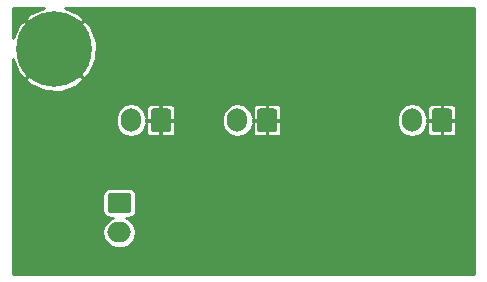
<source format=gbr>
G04 #@! TF.GenerationSoftware,KiCad,Pcbnew,(5.0.1)-3*
G04 #@! TF.CreationDate,2019-04-26T03:26:33+02:00*
G04 #@! TF.ProjectId,piezo_amplifier,7069657A6F5F616D706C69666965722E,rev?*
G04 #@! TF.SameCoordinates,Original*
G04 #@! TF.FileFunction,Copper,L2,Bot,Signal*
G04 #@! TF.FilePolarity,Positive*
%FSLAX46Y46*%
G04 Gerber Fmt 4.6, Leading zero omitted, Abs format (unit mm)*
G04 Created by KiCad (PCBNEW (5.0.1)-3) date 19/04/26 3:26:33 AM*
%MOMM*%
%LPD*%
G01*
G04 APERTURE LIST*
G04 #@! TA.AperFunction,ComponentPad*
%ADD10C,6.400000*%
G04 #@! TD*
G04 #@! TA.AperFunction,Conductor*
%ADD11C,0.100000*%
G04 #@! TD*
G04 #@! TA.AperFunction,ComponentPad*
%ADD12C,1.700000*%
G04 #@! TD*
G04 #@! TA.AperFunction,ComponentPad*
%ADD13O,1.700000X2.000000*%
G04 #@! TD*
G04 #@! TA.AperFunction,ComponentPad*
%ADD14O,2.000000X1.700000*%
G04 #@! TD*
G04 #@! TA.AperFunction,ViaPad*
%ADD15C,0.800000*%
G04 #@! TD*
G04 #@! TA.AperFunction,Conductor*
%ADD16C,0.250000*%
G04 #@! TD*
G04 APERTURE END LIST*
D10*
G04 #@! TO.P,REF\002A\002A,1*
G04 #@! TO.N,GND*
X141000000Y-91000000D03*
G04 #@! TD*
G04 #@! TO.P,REF\002A\002A,1*
G04 #@! TO.N,GND*
X109000000Y-75500000D03*
G04 #@! TD*
D11*
G04 #@! TO.N,GND*
G04 #@! TO.C,J1*
G36*
X118624504Y-80501204D02*
X118648773Y-80504804D01*
X118672571Y-80510765D01*
X118695671Y-80519030D01*
X118717849Y-80529520D01*
X118738893Y-80542133D01*
X118758598Y-80556747D01*
X118776777Y-80573223D01*
X118793253Y-80591402D01*
X118807867Y-80611107D01*
X118820480Y-80632151D01*
X118830970Y-80654329D01*
X118839235Y-80677429D01*
X118845196Y-80701227D01*
X118848796Y-80725496D01*
X118850000Y-80750000D01*
X118850000Y-82250000D01*
X118848796Y-82274504D01*
X118845196Y-82298773D01*
X118839235Y-82322571D01*
X118830970Y-82345671D01*
X118820480Y-82367849D01*
X118807867Y-82388893D01*
X118793253Y-82408598D01*
X118776777Y-82426777D01*
X118758598Y-82443253D01*
X118738893Y-82457867D01*
X118717849Y-82470480D01*
X118695671Y-82480970D01*
X118672571Y-82489235D01*
X118648773Y-82495196D01*
X118624504Y-82498796D01*
X118600000Y-82500000D01*
X117400000Y-82500000D01*
X117375496Y-82498796D01*
X117351227Y-82495196D01*
X117327429Y-82489235D01*
X117304329Y-82480970D01*
X117282151Y-82470480D01*
X117261107Y-82457867D01*
X117241402Y-82443253D01*
X117223223Y-82426777D01*
X117206747Y-82408598D01*
X117192133Y-82388893D01*
X117179520Y-82367849D01*
X117169030Y-82345671D01*
X117160765Y-82322571D01*
X117154804Y-82298773D01*
X117151204Y-82274504D01*
X117150000Y-82250000D01*
X117150000Y-80750000D01*
X117151204Y-80725496D01*
X117154804Y-80701227D01*
X117160765Y-80677429D01*
X117169030Y-80654329D01*
X117179520Y-80632151D01*
X117192133Y-80611107D01*
X117206747Y-80591402D01*
X117223223Y-80573223D01*
X117241402Y-80556747D01*
X117261107Y-80542133D01*
X117282151Y-80529520D01*
X117304329Y-80519030D01*
X117327429Y-80510765D01*
X117351227Y-80504804D01*
X117375496Y-80501204D01*
X117400000Y-80500000D01*
X118600000Y-80500000D01*
X118624504Y-80501204D01*
X118624504Y-80501204D01*
G37*
D12*
G04 #@! TD*
G04 #@! TO.P,J1,1*
G04 #@! TO.N,GND*
X118000000Y-81500000D03*
D13*
G04 #@! TO.P,J1,2*
G04 #@! TO.N,/Vin*
X115500000Y-81500000D03*
G04 #@! TD*
G04 #@! TO.P,J2,2*
G04 #@! TO.N,/Vin*
X124500000Y-81500000D03*
D11*
G04 #@! TD*
G04 #@! TO.N,GND*
G04 #@! TO.C,J2*
G36*
X127624504Y-80501204D02*
X127648773Y-80504804D01*
X127672571Y-80510765D01*
X127695671Y-80519030D01*
X127717849Y-80529520D01*
X127738893Y-80542133D01*
X127758598Y-80556747D01*
X127776777Y-80573223D01*
X127793253Y-80591402D01*
X127807867Y-80611107D01*
X127820480Y-80632151D01*
X127830970Y-80654329D01*
X127839235Y-80677429D01*
X127845196Y-80701227D01*
X127848796Y-80725496D01*
X127850000Y-80750000D01*
X127850000Y-82250000D01*
X127848796Y-82274504D01*
X127845196Y-82298773D01*
X127839235Y-82322571D01*
X127830970Y-82345671D01*
X127820480Y-82367849D01*
X127807867Y-82388893D01*
X127793253Y-82408598D01*
X127776777Y-82426777D01*
X127758598Y-82443253D01*
X127738893Y-82457867D01*
X127717849Y-82470480D01*
X127695671Y-82480970D01*
X127672571Y-82489235D01*
X127648773Y-82495196D01*
X127624504Y-82498796D01*
X127600000Y-82500000D01*
X126400000Y-82500000D01*
X126375496Y-82498796D01*
X126351227Y-82495196D01*
X126327429Y-82489235D01*
X126304329Y-82480970D01*
X126282151Y-82470480D01*
X126261107Y-82457867D01*
X126241402Y-82443253D01*
X126223223Y-82426777D01*
X126206747Y-82408598D01*
X126192133Y-82388893D01*
X126179520Y-82367849D01*
X126169030Y-82345671D01*
X126160765Y-82322571D01*
X126154804Y-82298773D01*
X126151204Y-82274504D01*
X126150000Y-82250000D01*
X126150000Y-80750000D01*
X126151204Y-80725496D01*
X126154804Y-80701227D01*
X126160765Y-80677429D01*
X126169030Y-80654329D01*
X126179520Y-80632151D01*
X126192133Y-80611107D01*
X126206747Y-80591402D01*
X126223223Y-80573223D01*
X126241402Y-80556747D01*
X126261107Y-80542133D01*
X126282151Y-80529520D01*
X126304329Y-80519030D01*
X126327429Y-80510765D01*
X126351227Y-80504804D01*
X126375496Y-80501204D01*
X126400000Y-80500000D01*
X127600000Y-80500000D01*
X127624504Y-80501204D01*
X127624504Y-80501204D01*
G37*
D12*
G04 #@! TO.P,J2,1*
G04 #@! TO.N,GND*
X127000000Y-81500000D03*
G04 #@! TD*
D11*
G04 #@! TO.N,/Vref*
G04 #@! TO.C,J3*
G36*
X115274504Y-87651204D02*
X115298773Y-87654804D01*
X115322571Y-87660765D01*
X115345671Y-87669030D01*
X115367849Y-87679520D01*
X115388893Y-87692133D01*
X115408598Y-87706747D01*
X115426777Y-87723223D01*
X115443253Y-87741402D01*
X115457867Y-87761107D01*
X115470480Y-87782151D01*
X115480970Y-87804329D01*
X115489235Y-87827429D01*
X115495196Y-87851227D01*
X115498796Y-87875496D01*
X115500000Y-87900000D01*
X115500000Y-89100000D01*
X115498796Y-89124504D01*
X115495196Y-89148773D01*
X115489235Y-89172571D01*
X115480970Y-89195671D01*
X115470480Y-89217849D01*
X115457867Y-89238893D01*
X115443253Y-89258598D01*
X115426777Y-89276777D01*
X115408598Y-89293253D01*
X115388893Y-89307867D01*
X115367849Y-89320480D01*
X115345671Y-89330970D01*
X115322571Y-89339235D01*
X115298773Y-89345196D01*
X115274504Y-89348796D01*
X115250000Y-89350000D01*
X113750000Y-89350000D01*
X113725496Y-89348796D01*
X113701227Y-89345196D01*
X113677429Y-89339235D01*
X113654329Y-89330970D01*
X113632151Y-89320480D01*
X113611107Y-89307867D01*
X113591402Y-89293253D01*
X113573223Y-89276777D01*
X113556747Y-89258598D01*
X113542133Y-89238893D01*
X113529520Y-89217849D01*
X113519030Y-89195671D01*
X113510765Y-89172571D01*
X113504804Y-89148773D01*
X113501204Y-89124504D01*
X113500000Y-89100000D01*
X113500000Y-87900000D01*
X113501204Y-87875496D01*
X113504804Y-87851227D01*
X113510765Y-87827429D01*
X113519030Y-87804329D01*
X113529520Y-87782151D01*
X113542133Y-87761107D01*
X113556747Y-87741402D01*
X113573223Y-87723223D01*
X113591402Y-87706747D01*
X113611107Y-87692133D01*
X113632151Y-87679520D01*
X113654329Y-87669030D01*
X113677429Y-87660765D01*
X113701227Y-87654804D01*
X113725496Y-87651204D01*
X113750000Y-87650000D01*
X115250000Y-87650000D01*
X115274504Y-87651204D01*
X115274504Y-87651204D01*
G37*
D12*
G04 #@! TD*
G04 #@! TO.P,J3,1*
G04 #@! TO.N,/Vref*
X114500000Y-88500000D03*
D14*
G04 #@! TO.P,J3,2*
G04 #@! TO.N,Net-(J3-Pad2)*
X114500000Y-91000000D03*
G04 #@! TD*
D13*
G04 #@! TO.P,J4,2*
G04 #@! TO.N,/Probe_Out*
X139300000Y-81500000D03*
D11*
G04 #@! TD*
G04 #@! TO.N,GND*
G04 #@! TO.C,J4*
G36*
X142424504Y-80501204D02*
X142448773Y-80504804D01*
X142472571Y-80510765D01*
X142495671Y-80519030D01*
X142517849Y-80529520D01*
X142538893Y-80542133D01*
X142558598Y-80556747D01*
X142576777Y-80573223D01*
X142593253Y-80591402D01*
X142607867Y-80611107D01*
X142620480Y-80632151D01*
X142630970Y-80654329D01*
X142639235Y-80677429D01*
X142645196Y-80701227D01*
X142648796Y-80725496D01*
X142650000Y-80750000D01*
X142650000Y-82250000D01*
X142648796Y-82274504D01*
X142645196Y-82298773D01*
X142639235Y-82322571D01*
X142630970Y-82345671D01*
X142620480Y-82367849D01*
X142607867Y-82388893D01*
X142593253Y-82408598D01*
X142576777Y-82426777D01*
X142558598Y-82443253D01*
X142538893Y-82457867D01*
X142517849Y-82470480D01*
X142495671Y-82480970D01*
X142472571Y-82489235D01*
X142448773Y-82495196D01*
X142424504Y-82498796D01*
X142400000Y-82500000D01*
X141200000Y-82500000D01*
X141175496Y-82498796D01*
X141151227Y-82495196D01*
X141127429Y-82489235D01*
X141104329Y-82480970D01*
X141082151Y-82470480D01*
X141061107Y-82457867D01*
X141041402Y-82443253D01*
X141023223Y-82426777D01*
X141006747Y-82408598D01*
X140992133Y-82388893D01*
X140979520Y-82367849D01*
X140969030Y-82345671D01*
X140960765Y-82322571D01*
X140954804Y-82298773D01*
X140951204Y-82274504D01*
X140950000Y-82250000D01*
X140950000Y-80750000D01*
X140951204Y-80725496D01*
X140954804Y-80701227D01*
X140960765Y-80677429D01*
X140969030Y-80654329D01*
X140979520Y-80632151D01*
X140992133Y-80611107D01*
X141006747Y-80591402D01*
X141023223Y-80573223D01*
X141041402Y-80556747D01*
X141061107Y-80542133D01*
X141082151Y-80529520D01*
X141104329Y-80519030D01*
X141127429Y-80510765D01*
X141151227Y-80504804D01*
X141175496Y-80501204D01*
X141200000Y-80500000D01*
X142400000Y-80500000D01*
X142424504Y-80501204D01*
X142424504Y-80501204D01*
G37*
D12*
G04 #@! TO.P,J4,1*
G04 #@! TO.N,GND*
X141800000Y-81500000D03*
G04 #@! TD*
D15*
G04 #@! TO.N,GND*
X127000000Y-90000000D03*
X118500000Y-90000000D03*
G04 #@! TD*
D16*
G04 #@! TO.N,GND*
G36*
X107074202Y-72405230D02*
X106877776Y-72536477D01*
X106506600Y-72971245D01*
X109000000Y-75464645D01*
X111493400Y-72971245D01*
X111122224Y-72536477D01*
X109937205Y-72000000D01*
X144500000Y-72000000D01*
X144500001Y-94500000D01*
X105500000Y-94500000D01*
X105500000Y-91000000D01*
X113050022Y-91000000D01*
X113148977Y-91497480D01*
X113430777Y-91919223D01*
X113852520Y-92201023D01*
X114224427Y-92275000D01*
X114775573Y-92275000D01*
X115147480Y-92201023D01*
X115569223Y-91919223D01*
X115851023Y-91497480D01*
X115949978Y-91000000D01*
X115851023Y-90502520D01*
X115569223Y-90080777D01*
X115147480Y-89798977D01*
X115068797Y-89783326D01*
X115250000Y-89783326D01*
X115511498Y-89731311D01*
X115733184Y-89583184D01*
X115881311Y-89361498D01*
X115933326Y-89100000D01*
X115933326Y-87900000D01*
X115881311Y-87638502D01*
X115733184Y-87416816D01*
X115511498Y-87268689D01*
X115250000Y-87216674D01*
X113750000Y-87216674D01*
X113488502Y-87268689D01*
X113266816Y-87416816D01*
X113118689Y-87638502D01*
X113066674Y-87900000D01*
X113066674Y-89100000D01*
X113118689Y-89361498D01*
X113266816Y-89583184D01*
X113488502Y-89731311D01*
X113750000Y-89783326D01*
X113931203Y-89783326D01*
X113852520Y-89798977D01*
X113430777Y-90080777D01*
X113148977Y-90502520D01*
X113050022Y-91000000D01*
X105500000Y-91000000D01*
X105500000Y-81224427D01*
X114225000Y-81224427D01*
X114225000Y-81775572D01*
X114298977Y-82147479D01*
X114580777Y-82569223D01*
X115002520Y-82851023D01*
X115500000Y-82949978D01*
X115997479Y-82851023D01*
X116419223Y-82569223D01*
X116701023Y-82147480D01*
X116775000Y-81775573D01*
X116775000Y-82574592D01*
X116832090Y-82712421D01*
X116937580Y-82817910D01*
X117075408Y-82875000D01*
X117881250Y-82875000D01*
X117975000Y-82781250D01*
X117975000Y-81525000D01*
X118025000Y-81525000D01*
X118025000Y-82781250D01*
X118118750Y-82875000D01*
X118924592Y-82875000D01*
X119062420Y-82817910D01*
X119167910Y-82712421D01*
X119225000Y-82574592D01*
X119225000Y-81618750D01*
X119131250Y-81525000D01*
X118025000Y-81525000D01*
X117975000Y-81525000D01*
X116868750Y-81525000D01*
X116775000Y-81618750D01*
X116775000Y-81381250D01*
X116868750Y-81475000D01*
X117975000Y-81475000D01*
X117975000Y-80218750D01*
X118025000Y-80218750D01*
X118025000Y-81475000D01*
X119131250Y-81475000D01*
X119225000Y-81381250D01*
X119225000Y-81224427D01*
X123225000Y-81224427D01*
X123225000Y-81775572D01*
X123298977Y-82147479D01*
X123580777Y-82569223D01*
X124002520Y-82851023D01*
X124500000Y-82949978D01*
X124997479Y-82851023D01*
X125419223Y-82569223D01*
X125701023Y-82147480D01*
X125775000Y-81775573D01*
X125775000Y-82574592D01*
X125832090Y-82712421D01*
X125937580Y-82817910D01*
X126075408Y-82875000D01*
X126881250Y-82875000D01*
X126975000Y-82781250D01*
X126975000Y-81525000D01*
X127025000Y-81525000D01*
X127025000Y-82781250D01*
X127118750Y-82875000D01*
X127924592Y-82875000D01*
X128062420Y-82817910D01*
X128167910Y-82712421D01*
X128225000Y-82574592D01*
X128225000Y-81618750D01*
X128131250Y-81525000D01*
X127025000Y-81525000D01*
X126975000Y-81525000D01*
X125868750Y-81525000D01*
X125775000Y-81618750D01*
X125775000Y-81381250D01*
X125868750Y-81475000D01*
X126975000Y-81475000D01*
X126975000Y-80218750D01*
X127025000Y-80218750D01*
X127025000Y-81475000D01*
X128131250Y-81475000D01*
X128225000Y-81381250D01*
X128225000Y-81224427D01*
X138025000Y-81224427D01*
X138025000Y-81775572D01*
X138098977Y-82147479D01*
X138380777Y-82569223D01*
X138802520Y-82851023D01*
X139300000Y-82949978D01*
X139797479Y-82851023D01*
X140219223Y-82569223D01*
X140501023Y-82147480D01*
X140575000Y-81775573D01*
X140575000Y-82574592D01*
X140632090Y-82712421D01*
X140737580Y-82817910D01*
X140875408Y-82875000D01*
X141681250Y-82875000D01*
X141775000Y-82781250D01*
X141775000Y-81525000D01*
X141825000Y-81525000D01*
X141825000Y-82781250D01*
X141918750Y-82875000D01*
X142724592Y-82875000D01*
X142862420Y-82817910D01*
X142967910Y-82712421D01*
X143025000Y-82574592D01*
X143025000Y-81618750D01*
X142931250Y-81525000D01*
X141825000Y-81525000D01*
X141775000Y-81525000D01*
X140668750Y-81525000D01*
X140575000Y-81618750D01*
X140575000Y-81381250D01*
X140668750Y-81475000D01*
X141775000Y-81475000D01*
X141775000Y-80218750D01*
X141825000Y-80218750D01*
X141825000Y-81475000D01*
X142931250Y-81475000D01*
X143025000Y-81381250D01*
X143025000Y-80425408D01*
X142967910Y-80287579D01*
X142862420Y-80182090D01*
X142724592Y-80125000D01*
X141918750Y-80125000D01*
X141825000Y-80218750D01*
X141775000Y-80218750D01*
X141681250Y-80125000D01*
X140875408Y-80125000D01*
X140737580Y-80182090D01*
X140632090Y-80287579D01*
X140575000Y-80425408D01*
X140575000Y-81224427D01*
X140501023Y-80852521D01*
X140219223Y-80430777D01*
X139797480Y-80148977D01*
X139300000Y-80050022D01*
X138802521Y-80148977D01*
X138380778Y-80430777D01*
X138098977Y-80852520D01*
X138025000Y-81224427D01*
X128225000Y-81224427D01*
X128225000Y-80425408D01*
X128167910Y-80287579D01*
X128062420Y-80182090D01*
X127924592Y-80125000D01*
X127118750Y-80125000D01*
X127025000Y-80218750D01*
X126975000Y-80218750D01*
X126881250Y-80125000D01*
X126075408Y-80125000D01*
X125937580Y-80182090D01*
X125832090Y-80287579D01*
X125775000Y-80425408D01*
X125775000Y-81224427D01*
X125701023Y-80852521D01*
X125419223Y-80430777D01*
X124997480Y-80148977D01*
X124500000Y-80050022D01*
X124002521Y-80148977D01*
X123580778Y-80430777D01*
X123298977Y-80852520D01*
X123225000Y-81224427D01*
X119225000Y-81224427D01*
X119225000Y-80425408D01*
X119167910Y-80287579D01*
X119062420Y-80182090D01*
X118924592Y-80125000D01*
X118118750Y-80125000D01*
X118025000Y-80218750D01*
X117975000Y-80218750D01*
X117881250Y-80125000D01*
X117075408Y-80125000D01*
X116937580Y-80182090D01*
X116832090Y-80287579D01*
X116775000Y-80425408D01*
X116775000Y-81224427D01*
X116701023Y-80852521D01*
X116419223Y-80430777D01*
X115997480Y-80148977D01*
X115500000Y-80050022D01*
X115002521Y-80148977D01*
X114580778Y-80430777D01*
X114298977Y-80852520D01*
X114225000Y-81224427D01*
X105500000Y-81224427D01*
X105500000Y-78028755D01*
X106506600Y-78028755D01*
X106877776Y-78463523D01*
X108173412Y-79050078D01*
X109594888Y-79096166D01*
X110925798Y-78594770D01*
X111122224Y-78463523D01*
X111493400Y-78028755D01*
X109000000Y-75535355D01*
X106506600Y-78028755D01*
X105500000Y-78028755D01*
X105500000Y-76350152D01*
X105905230Y-77425798D01*
X106036477Y-77622224D01*
X106471245Y-77993400D01*
X108964645Y-75500000D01*
X109035355Y-75500000D01*
X111528755Y-77993400D01*
X111963523Y-77622224D01*
X112550078Y-76326588D01*
X112596166Y-74905112D01*
X112094770Y-73574202D01*
X111963523Y-73377776D01*
X111528755Y-73006600D01*
X109035355Y-75500000D01*
X108964645Y-75500000D01*
X106471245Y-73006600D01*
X106036477Y-73377776D01*
X105500000Y-74562795D01*
X105500000Y-72000000D01*
X108149848Y-72000000D01*
X107074202Y-72405230D01*
X107074202Y-72405230D01*
G37*
X107074202Y-72405230D02*
X106877776Y-72536477D01*
X106506600Y-72971245D01*
X109000000Y-75464645D01*
X111493400Y-72971245D01*
X111122224Y-72536477D01*
X109937205Y-72000000D01*
X144500000Y-72000000D01*
X144500001Y-94500000D01*
X105500000Y-94500000D01*
X105500000Y-91000000D01*
X113050022Y-91000000D01*
X113148977Y-91497480D01*
X113430777Y-91919223D01*
X113852520Y-92201023D01*
X114224427Y-92275000D01*
X114775573Y-92275000D01*
X115147480Y-92201023D01*
X115569223Y-91919223D01*
X115851023Y-91497480D01*
X115949978Y-91000000D01*
X115851023Y-90502520D01*
X115569223Y-90080777D01*
X115147480Y-89798977D01*
X115068797Y-89783326D01*
X115250000Y-89783326D01*
X115511498Y-89731311D01*
X115733184Y-89583184D01*
X115881311Y-89361498D01*
X115933326Y-89100000D01*
X115933326Y-87900000D01*
X115881311Y-87638502D01*
X115733184Y-87416816D01*
X115511498Y-87268689D01*
X115250000Y-87216674D01*
X113750000Y-87216674D01*
X113488502Y-87268689D01*
X113266816Y-87416816D01*
X113118689Y-87638502D01*
X113066674Y-87900000D01*
X113066674Y-89100000D01*
X113118689Y-89361498D01*
X113266816Y-89583184D01*
X113488502Y-89731311D01*
X113750000Y-89783326D01*
X113931203Y-89783326D01*
X113852520Y-89798977D01*
X113430777Y-90080777D01*
X113148977Y-90502520D01*
X113050022Y-91000000D01*
X105500000Y-91000000D01*
X105500000Y-81224427D01*
X114225000Y-81224427D01*
X114225000Y-81775572D01*
X114298977Y-82147479D01*
X114580777Y-82569223D01*
X115002520Y-82851023D01*
X115500000Y-82949978D01*
X115997479Y-82851023D01*
X116419223Y-82569223D01*
X116701023Y-82147480D01*
X116775000Y-81775573D01*
X116775000Y-82574592D01*
X116832090Y-82712421D01*
X116937580Y-82817910D01*
X117075408Y-82875000D01*
X117881250Y-82875000D01*
X117975000Y-82781250D01*
X117975000Y-81525000D01*
X118025000Y-81525000D01*
X118025000Y-82781250D01*
X118118750Y-82875000D01*
X118924592Y-82875000D01*
X119062420Y-82817910D01*
X119167910Y-82712421D01*
X119225000Y-82574592D01*
X119225000Y-81618750D01*
X119131250Y-81525000D01*
X118025000Y-81525000D01*
X117975000Y-81525000D01*
X116868750Y-81525000D01*
X116775000Y-81618750D01*
X116775000Y-81381250D01*
X116868750Y-81475000D01*
X117975000Y-81475000D01*
X117975000Y-80218750D01*
X118025000Y-80218750D01*
X118025000Y-81475000D01*
X119131250Y-81475000D01*
X119225000Y-81381250D01*
X119225000Y-81224427D01*
X123225000Y-81224427D01*
X123225000Y-81775572D01*
X123298977Y-82147479D01*
X123580777Y-82569223D01*
X124002520Y-82851023D01*
X124500000Y-82949978D01*
X124997479Y-82851023D01*
X125419223Y-82569223D01*
X125701023Y-82147480D01*
X125775000Y-81775573D01*
X125775000Y-82574592D01*
X125832090Y-82712421D01*
X125937580Y-82817910D01*
X126075408Y-82875000D01*
X126881250Y-82875000D01*
X126975000Y-82781250D01*
X126975000Y-81525000D01*
X127025000Y-81525000D01*
X127025000Y-82781250D01*
X127118750Y-82875000D01*
X127924592Y-82875000D01*
X128062420Y-82817910D01*
X128167910Y-82712421D01*
X128225000Y-82574592D01*
X128225000Y-81618750D01*
X128131250Y-81525000D01*
X127025000Y-81525000D01*
X126975000Y-81525000D01*
X125868750Y-81525000D01*
X125775000Y-81618750D01*
X125775000Y-81381250D01*
X125868750Y-81475000D01*
X126975000Y-81475000D01*
X126975000Y-80218750D01*
X127025000Y-80218750D01*
X127025000Y-81475000D01*
X128131250Y-81475000D01*
X128225000Y-81381250D01*
X128225000Y-81224427D01*
X138025000Y-81224427D01*
X138025000Y-81775572D01*
X138098977Y-82147479D01*
X138380777Y-82569223D01*
X138802520Y-82851023D01*
X139300000Y-82949978D01*
X139797479Y-82851023D01*
X140219223Y-82569223D01*
X140501023Y-82147480D01*
X140575000Y-81775573D01*
X140575000Y-82574592D01*
X140632090Y-82712421D01*
X140737580Y-82817910D01*
X140875408Y-82875000D01*
X141681250Y-82875000D01*
X141775000Y-82781250D01*
X141775000Y-81525000D01*
X141825000Y-81525000D01*
X141825000Y-82781250D01*
X141918750Y-82875000D01*
X142724592Y-82875000D01*
X142862420Y-82817910D01*
X142967910Y-82712421D01*
X143025000Y-82574592D01*
X143025000Y-81618750D01*
X142931250Y-81525000D01*
X141825000Y-81525000D01*
X141775000Y-81525000D01*
X140668750Y-81525000D01*
X140575000Y-81618750D01*
X140575000Y-81381250D01*
X140668750Y-81475000D01*
X141775000Y-81475000D01*
X141775000Y-80218750D01*
X141825000Y-80218750D01*
X141825000Y-81475000D01*
X142931250Y-81475000D01*
X143025000Y-81381250D01*
X143025000Y-80425408D01*
X142967910Y-80287579D01*
X142862420Y-80182090D01*
X142724592Y-80125000D01*
X141918750Y-80125000D01*
X141825000Y-80218750D01*
X141775000Y-80218750D01*
X141681250Y-80125000D01*
X140875408Y-80125000D01*
X140737580Y-80182090D01*
X140632090Y-80287579D01*
X140575000Y-80425408D01*
X140575000Y-81224427D01*
X140501023Y-80852521D01*
X140219223Y-80430777D01*
X139797480Y-80148977D01*
X139300000Y-80050022D01*
X138802521Y-80148977D01*
X138380778Y-80430777D01*
X138098977Y-80852520D01*
X138025000Y-81224427D01*
X128225000Y-81224427D01*
X128225000Y-80425408D01*
X128167910Y-80287579D01*
X128062420Y-80182090D01*
X127924592Y-80125000D01*
X127118750Y-80125000D01*
X127025000Y-80218750D01*
X126975000Y-80218750D01*
X126881250Y-80125000D01*
X126075408Y-80125000D01*
X125937580Y-80182090D01*
X125832090Y-80287579D01*
X125775000Y-80425408D01*
X125775000Y-81224427D01*
X125701023Y-80852521D01*
X125419223Y-80430777D01*
X124997480Y-80148977D01*
X124500000Y-80050022D01*
X124002521Y-80148977D01*
X123580778Y-80430777D01*
X123298977Y-80852520D01*
X123225000Y-81224427D01*
X119225000Y-81224427D01*
X119225000Y-80425408D01*
X119167910Y-80287579D01*
X119062420Y-80182090D01*
X118924592Y-80125000D01*
X118118750Y-80125000D01*
X118025000Y-80218750D01*
X117975000Y-80218750D01*
X117881250Y-80125000D01*
X117075408Y-80125000D01*
X116937580Y-80182090D01*
X116832090Y-80287579D01*
X116775000Y-80425408D01*
X116775000Y-81224427D01*
X116701023Y-80852521D01*
X116419223Y-80430777D01*
X115997480Y-80148977D01*
X115500000Y-80050022D01*
X115002521Y-80148977D01*
X114580778Y-80430777D01*
X114298977Y-80852520D01*
X114225000Y-81224427D01*
X105500000Y-81224427D01*
X105500000Y-78028755D01*
X106506600Y-78028755D01*
X106877776Y-78463523D01*
X108173412Y-79050078D01*
X109594888Y-79096166D01*
X110925798Y-78594770D01*
X111122224Y-78463523D01*
X111493400Y-78028755D01*
X109000000Y-75535355D01*
X106506600Y-78028755D01*
X105500000Y-78028755D01*
X105500000Y-76350152D01*
X105905230Y-77425798D01*
X106036477Y-77622224D01*
X106471245Y-77993400D01*
X108964645Y-75500000D01*
X109035355Y-75500000D01*
X111528755Y-77993400D01*
X111963523Y-77622224D01*
X112550078Y-76326588D01*
X112596166Y-74905112D01*
X112094770Y-73574202D01*
X111963523Y-73377776D01*
X111528755Y-73006600D01*
X109035355Y-75500000D01*
X108964645Y-75500000D01*
X106471245Y-73006600D01*
X106036477Y-73377776D01*
X105500000Y-74562795D01*
X105500000Y-72000000D01*
X108149848Y-72000000D01*
X107074202Y-72405230D01*
G04 #@! TD*
M02*

</source>
